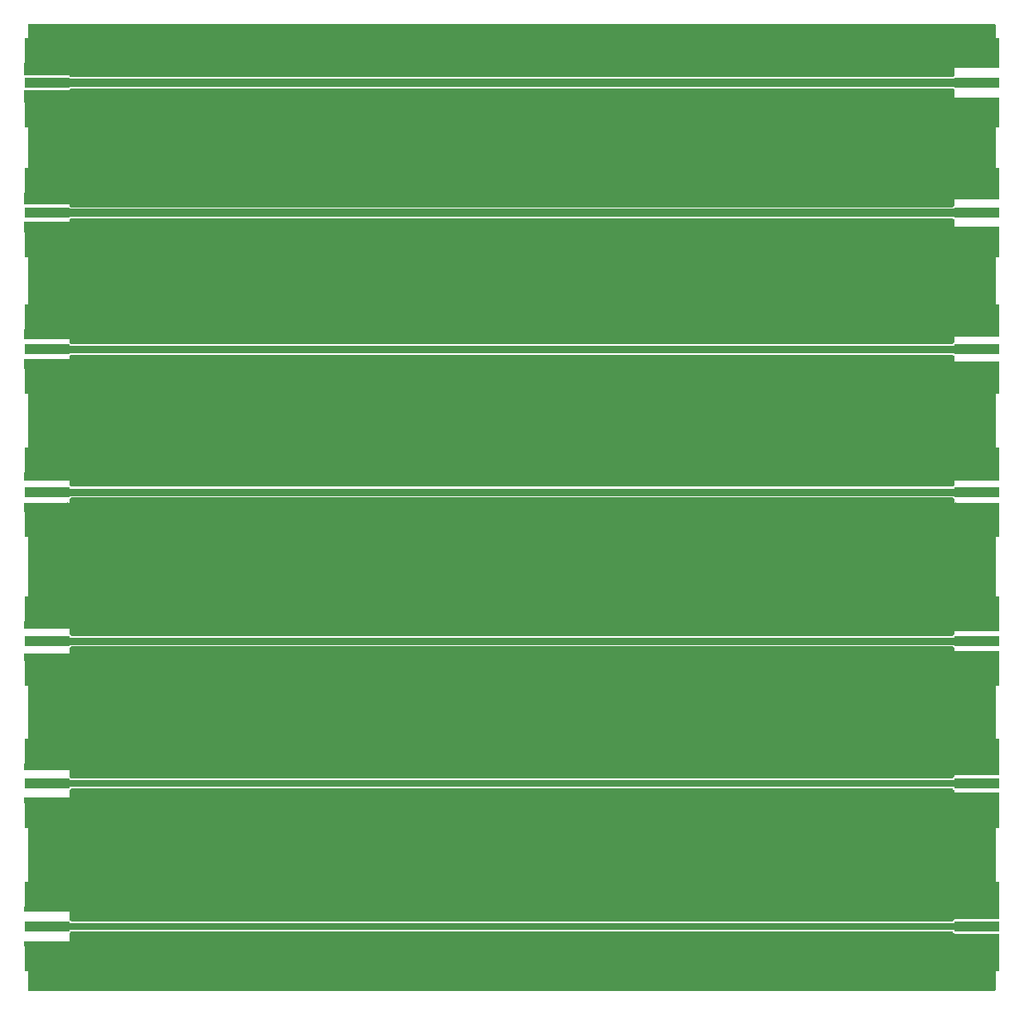
<source format=gtl>
G04 EAGLE Gerber RS-274X export*
G75*
%MOMM*%
%FSLAX34Y34*%
%LPD*%
%INTop Copper Layer*%
%IPPOS*%
%AMOC8*
5,1,8,0,0,1.08239X$1,22.5*%
G01*
%ADD10R,4.572000X2.540000*%
%ADD11R,4.572000X1.016000*%
%ADD12C,0.554000*%
%ADD13R,0.050800X0.050800*%
%ADD14C,0.762000*%
%ADD15C,0.704000*%
%ADD16C,0.685800*%
%ADD17C,0.711200*%
%ADD18C,0.762000*%
%ADD19C,0.787400*%
%ADD20C,0.812800*%
%ADD21C,0.838200*%
%ADD22C,0.736600*%

G36*
X948964Y367161D02*
X948964Y367161D01*
X948983Y367159D01*
X949085Y367181D01*
X949187Y367197D01*
X949204Y367207D01*
X949224Y367211D01*
X949313Y367264D01*
X949404Y367313D01*
X949418Y367327D01*
X949435Y367337D01*
X949502Y367416D01*
X949574Y367491D01*
X949582Y367509D01*
X949595Y367524D01*
X949613Y367569D01*
X950624Y368580D01*
X950711Y368594D01*
X950728Y368604D01*
X950748Y368608D01*
X950837Y368661D01*
X950928Y368710D01*
X950942Y368724D01*
X950959Y368734D01*
X951026Y368813D01*
X951098Y368888D01*
X951106Y368906D01*
X951119Y368921D01*
X951158Y369017D01*
X951201Y369111D01*
X951203Y369131D01*
X951211Y369149D01*
X951229Y369316D01*
X951229Y371984D01*
X951230Y371984D01*
X996950Y371984D01*
X996952Y371985D01*
X996954Y371984D01*
X996997Y372004D01*
X997041Y372022D01*
X997041Y372024D01*
X997043Y372025D01*
X997076Y372110D01*
X997076Y382270D01*
X997075Y382272D01*
X997076Y382274D01*
X997056Y382317D01*
X997038Y382361D01*
X997036Y382361D01*
X997035Y382363D01*
X996950Y382396D01*
X992783Y382396D01*
X992838Y382426D01*
X992852Y382440D01*
X992869Y382450D01*
X992936Y382529D01*
X993008Y382604D01*
X993016Y382622D01*
X993029Y382637D01*
X993068Y382733D01*
X993111Y382827D01*
X993113Y382847D01*
X993121Y382865D01*
X993139Y383032D01*
X993139Y493268D01*
X993136Y493288D01*
X993138Y493307D01*
X993116Y493409D01*
X993100Y493511D01*
X993090Y493528D01*
X993086Y493548D01*
X993033Y493637D01*
X992984Y493728D01*
X992970Y493742D01*
X992960Y493759D01*
X992881Y493826D01*
X992806Y493898D01*
X992793Y493904D01*
X996950Y493904D01*
X996952Y493905D01*
X996954Y493904D01*
X996997Y493924D01*
X997041Y493942D01*
X997041Y493944D01*
X997043Y493945D01*
X997076Y494030D01*
X997076Y502920D01*
X997075Y502922D01*
X997076Y502924D01*
X997056Y502967D01*
X997038Y503011D01*
X997036Y503011D01*
X997035Y503013D01*
X996950Y503046D01*
X951230Y503046D01*
X951229Y503046D01*
X951229Y506984D01*
X951226Y507004D01*
X951228Y507023D01*
X951206Y507125D01*
X951190Y507227D01*
X951180Y507244D01*
X951176Y507264D01*
X951123Y507353D01*
X951074Y507444D01*
X951060Y507458D01*
X951050Y507475D01*
X950971Y507542D01*
X950896Y507614D01*
X950878Y507622D01*
X950863Y507635D01*
X950767Y507674D01*
X950673Y507717D01*
X950653Y507719D01*
X950635Y507727D01*
X950615Y507729D01*
X949551Y508792D01*
X949477Y508845D01*
X949408Y508905D01*
X949378Y508917D01*
X949352Y508936D01*
X949265Y508963D01*
X949180Y508997D01*
X949139Y509001D01*
X949117Y509008D01*
X949084Y509007D01*
X949013Y509015D01*
X47937Y509015D01*
X47847Y509001D01*
X47756Y508993D01*
X47726Y508981D01*
X47694Y508976D01*
X47613Y508933D01*
X47530Y508897D01*
X47497Y508871D01*
X47477Y508860D01*
X47455Y508837D01*
X47399Y508792D01*
X46326Y507720D01*
X46239Y507706D01*
X46222Y507696D01*
X46202Y507692D01*
X46113Y507639D01*
X46022Y507590D01*
X46008Y507576D01*
X45991Y507566D01*
X45924Y507487D01*
X45852Y507412D01*
X45844Y507394D01*
X45831Y507379D01*
X45792Y507283D01*
X45749Y507189D01*
X45747Y507169D01*
X45739Y507151D01*
X45721Y506984D01*
X45721Y503046D01*
X45720Y503046D01*
X0Y503046D01*
X-2Y503045D01*
X-4Y503046D01*
X-47Y503026D01*
X-91Y503008D01*
X-91Y503006D01*
X-93Y503005D01*
X-126Y502920D01*
X-126Y494030D01*
X-125Y494028D01*
X-126Y494026D01*
X-106Y493983D01*
X-88Y493939D01*
X-86Y493939D01*
X-85Y493937D01*
X0Y493904D01*
X4167Y493904D01*
X4112Y493874D01*
X4098Y493860D01*
X4081Y493850D01*
X4014Y493771D01*
X3942Y493696D01*
X3934Y493678D01*
X3921Y493663D01*
X3882Y493567D01*
X3839Y493473D01*
X3837Y493453D01*
X3829Y493435D01*
X3811Y493268D01*
X3811Y383032D01*
X3814Y383012D01*
X3812Y382993D01*
X3834Y382891D01*
X3850Y382789D01*
X3860Y382772D01*
X3864Y382752D01*
X3917Y382663D01*
X3966Y382572D01*
X3980Y382558D01*
X3990Y382541D01*
X4069Y382474D01*
X4144Y382402D01*
X4157Y382396D01*
X0Y382396D01*
X-2Y382395D01*
X-4Y382396D01*
X-47Y382376D01*
X-91Y382358D01*
X-91Y382356D01*
X-93Y382355D01*
X-126Y382270D01*
X-126Y374650D01*
X-125Y374648D01*
X-126Y374646D01*
X-106Y374603D01*
X-88Y374559D01*
X-86Y374559D01*
X-85Y374557D01*
X0Y374524D01*
X45720Y374524D01*
X45721Y374524D01*
X45721Y369316D01*
X45724Y369296D01*
X45722Y369277D01*
X45744Y369175D01*
X45760Y369073D01*
X45770Y369056D01*
X45774Y369036D01*
X45827Y368947D01*
X45876Y368856D01*
X45890Y368842D01*
X45900Y368825D01*
X45979Y368758D01*
X46054Y368686D01*
X46072Y368678D01*
X46087Y368665D01*
X46183Y368626D01*
X46277Y368583D01*
X46297Y368581D01*
X46315Y368573D01*
X46335Y368571D01*
X47344Y367562D01*
X47351Y367550D01*
X47400Y367459D01*
X47414Y367445D01*
X47424Y367428D01*
X47503Y367361D01*
X47578Y367289D01*
X47596Y367281D01*
X47611Y367268D01*
X47707Y367229D01*
X47801Y367186D01*
X47821Y367184D01*
X47839Y367176D01*
X48006Y367158D01*
X948944Y367158D01*
X948964Y367161D01*
G37*
G36*
X948964Y74807D02*
X948964Y74807D01*
X948983Y74805D01*
X949085Y74827D01*
X949187Y74843D01*
X949204Y74853D01*
X949224Y74857D01*
X949313Y74910D01*
X949404Y74959D01*
X949418Y74973D01*
X949435Y74983D01*
X949502Y75062D01*
X949574Y75137D01*
X949582Y75155D01*
X949595Y75170D01*
X949634Y75266D01*
X949677Y75360D01*
X949679Y75380D01*
X949687Y75398D01*
X949705Y75561D01*
X950624Y76480D01*
X950711Y76494D01*
X950728Y76504D01*
X950748Y76508D01*
X950837Y76561D01*
X950928Y76610D01*
X950942Y76624D01*
X950959Y76634D01*
X951026Y76713D01*
X951098Y76788D01*
X951106Y76806D01*
X951119Y76821D01*
X951158Y76917D01*
X951201Y77011D01*
X951203Y77031D01*
X951211Y77049D01*
X951229Y77216D01*
X951229Y77344D01*
X951230Y77344D01*
X996950Y77344D01*
X996952Y77345D01*
X996954Y77344D01*
X996997Y77364D01*
X997041Y77382D01*
X997041Y77384D01*
X997043Y77385D01*
X997076Y77470D01*
X997076Y90170D01*
X997075Y90172D01*
X997076Y90174D01*
X997056Y90217D01*
X997038Y90261D01*
X997036Y90261D01*
X997035Y90263D01*
X996950Y90296D01*
X992783Y90296D01*
X992838Y90326D01*
X992852Y90340D01*
X992869Y90350D01*
X992936Y90429D01*
X993008Y90504D01*
X993016Y90522D01*
X993029Y90537D01*
X993067Y90633D01*
X993111Y90727D01*
X993113Y90747D01*
X993121Y90765D01*
X993139Y90932D01*
X993139Y194818D01*
X993136Y194838D01*
X993138Y194857D01*
X993116Y194959D01*
X993100Y195061D01*
X993090Y195078D01*
X993086Y195098D01*
X993033Y195187D01*
X992984Y195278D01*
X992970Y195292D01*
X992960Y195309D01*
X992881Y195376D01*
X992806Y195448D01*
X992793Y195454D01*
X996950Y195454D01*
X996952Y195455D01*
X996954Y195454D01*
X996997Y195474D01*
X997041Y195492D01*
X997041Y195494D01*
X997043Y195495D01*
X997076Y195580D01*
X997076Y207010D01*
X997075Y207012D01*
X997076Y207014D01*
X997056Y207057D01*
X997038Y207101D01*
X997036Y207101D01*
X997035Y207103D01*
X996950Y207136D01*
X951230Y207136D01*
X951229Y207136D01*
X951229Y208534D01*
X951226Y208554D01*
X951228Y208573D01*
X951206Y208675D01*
X951190Y208777D01*
X951180Y208794D01*
X951176Y208814D01*
X951123Y208903D01*
X951074Y208994D01*
X951060Y209008D01*
X951050Y209025D01*
X950971Y209092D01*
X950896Y209164D01*
X950878Y209172D01*
X950863Y209185D01*
X950767Y209224D01*
X950673Y209267D01*
X950653Y209269D01*
X950635Y209277D01*
X950615Y209279D01*
X949680Y210214D01*
X949666Y210301D01*
X949656Y210318D01*
X949652Y210338D01*
X949599Y210427D01*
X949550Y210518D01*
X949536Y210532D01*
X949526Y210549D01*
X949447Y210616D01*
X949372Y210688D01*
X949354Y210696D01*
X949339Y210709D01*
X949243Y210748D01*
X949149Y210791D01*
X949129Y210793D01*
X949111Y210801D01*
X948944Y210819D01*
X48006Y210819D01*
X47986Y210816D01*
X47967Y210818D01*
X47865Y210796D01*
X47763Y210780D01*
X47746Y210770D01*
X47726Y210766D01*
X47637Y210713D01*
X47546Y210664D01*
X47532Y210650D01*
X47515Y210640D01*
X47448Y210561D01*
X47376Y210486D01*
X47368Y210468D01*
X47355Y210453D01*
X47316Y210357D01*
X47273Y210263D01*
X47271Y210243D01*
X47263Y210225D01*
X47261Y210205D01*
X46326Y209270D01*
X46239Y209256D01*
X46222Y209246D01*
X46202Y209242D01*
X46113Y209189D01*
X46022Y209140D01*
X46008Y209126D01*
X45991Y209116D01*
X45924Y209037D01*
X45852Y208962D01*
X45844Y208944D01*
X45831Y208929D01*
X45792Y208833D01*
X45749Y208739D01*
X45747Y208719D01*
X45739Y208701D01*
X45721Y208534D01*
X45721Y202056D01*
X45720Y202056D01*
X0Y202056D01*
X-2Y202055D01*
X-4Y202056D01*
X-47Y202036D01*
X-91Y202018D01*
X-91Y202016D01*
X-93Y202015D01*
X-126Y201930D01*
X-126Y195580D01*
X-125Y195578D01*
X-126Y195576D01*
X-106Y195533D01*
X-88Y195489D01*
X-86Y195489D01*
X-85Y195487D01*
X0Y195454D01*
X4167Y195454D01*
X4112Y195424D01*
X4098Y195410D01*
X4081Y195400D01*
X4014Y195321D01*
X3942Y195246D01*
X3934Y195228D01*
X3921Y195213D01*
X3882Y195117D01*
X3839Y195023D01*
X3837Y195003D01*
X3829Y194985D01*
X3811Y194818D01*
X3811Y90932D01*
X3814Y90912D01*
X3812Y90893D01*
X3834Y90791D01*
X3850Y90689D01*
X3860Y90672D01*
X3864Y90652D01*
X3917Y90563D01*
X3966Y90472D01*
X3980Y90458D01*
X3990Y90441D01*
X4069Y90374D01*
X4144Y90302D01*
X4157Y90296D01*
X0Y90296D01*
X-2Y90295D01*
X-4Y90296D01*
X-47Y90276D01*
X-91Y90258D01*
X-91Y90256D01*
X-93Y90255D01*
X-126Y90170D01*
X-126Y85090D01*
X-125Y85088D01*
X-126Y85086D01*
X-106Y85043D01*
X-88Y84999D01*
X-86Y84999D01*
X-85Y84997D01*
X0Y84964D01*
X45720Y84964D01*
X45721Y84964D01*
X45721Y77216D01*
X45724Y77196D01*
X45722Y77177D01*
X45744Y77075D01*
X45760Y76973D01*
X45770Y76956D01*
X45774Y76936D01*
X45827Y76847D01*
X45876Y76756D01*
X45890Y76742D01*
X45900Y76725D01*
X45979Y76658D01*
X46054Y76586D01*
X46072Y76578D01*
X46087Y76565D01*
X46183Y76526D01*
X46277Y76483D01*
X46297Y76481D01*
X46315Y76473D01*
X46335Y76471D01*
X47245Y75561D01*
X47248Y75545D01*
X47246Y75526D01*
X47268Y75424D01*
X47284Y75322D01*
X47294Y75305D01*
X47298Y75285D01*
X47351Y75196D01*
X47400Y75105D01*
X47414Y75091D01*
X47424Y75074D01*
X47503Y75007D01*
X47578Y74935D01*
X47596Y74927D01*
X47611Y74914D01*
X47707Y74875D01*
X47801Y74832D01*
X47821Y74830D01*
X47839Y74822D01*
X48006Y74804D01*
X948944Y74804D01*
X948964Y74807D01*
G37*
G36*
X948964Y220984D02*
X948964Y220984D01*
X948983Y220982D01*
X949085Y221004D01*
X949187Y221020D01*
X949204Y221030D01*
X949224Y221034D01*
X949313Y221087D01*
X949404Y221136D01*
X949418Y221150D01*
X949435Y221160D01*
X949502Y221239D01*
X949574Y221314D01*
X949582Y221332D01*
X949595Y221347D01*
X949634Y221443D01*
X949677Y221537D01*
X949679Y221557D01*
X949687Y221575D01*
X949689Y221595D01*
X950624Y222530D01*
X950711Y222544D01*
X950728Y222554D01*
X950748Y222558D01*
X950837Y222611D01*
X950928Y222660D01*
X950942Y222674D01*
X950959Y222684D01*
X951026Y222763D01*
X951098Y222838D01*
X951106Y222856D01*
X951119Y222871D01*
X951158Y222967D01*
X951201Y223061D01*
X951203Y223081D01*
X951211Y223099D01*
X951229Y223266D01*
X951229Y224664D01*
X951230Y224664D01*
X996950Y224664D01*
X996952Y224665D01*
X996954Y224664D01*
X996997Y224684D01*
X997041Y224702D01*
X997041Y224704D01*
X997043Y224705D01*
X997076Y224790D01*
X997076Y236220D01*
X997075Y236222D01*
X997076Y236224D01*
X997056Y236267D01*
X997038Y236311D01*
X997036Y236311D01*
X997035Y236313D01*
X996950Y236346D01*
X992783Y236346D01*
X992838Y236376D01*
X992852Y236390D01*
X992869Y236400D01*
X992936Y236479D01*
X993008Y236554D01*
X993016Y236572D01*
X993029Y236587D01*
X993068Y236683D01*
X993111Y236777D01*
X993113Y236797D01*
X993121Y236815D01*
X993139Y236982D01*
X993139Y340868D01*
X993136Y340888D01*
X993138Y340907D01*
X993116Y341009D01*
X993100Y341111D01*
X993090Y341128D01*
X993086Y341148D01*
X993033Y341237D01*
X992984Y341328D01*
X992970Y341342D01*
X992960Y341359D01*
X992881Y341426D01*
X992806Y341498D01*
X992793Y341504D01*
X996950Y341504D01*
X996952Y341505D01*
X996954Y341504D01*
X996997Y341524D01*
X997041Y341542D01*
X997041Y341544D01*
X997043Y341545D01*
X997076Y341630D01*
X997076Y351790D01*
X997075Y351792D01*
X997076Y351794D01*
X997056Y351837D01*
X997038Y351881D01*
X997036Y351881D01*
X997035Y351883D01*
X996950Y351916D01*
X951230Y351916D01*
X951229Y351916D01*
X951229Y354584D01*
X951226Y354604D01*
X951228Y354623D01*
X951206Y354725D01*
X951190Y354827D01*
X951180Y354844D01*
X951176Y354864D01*
X951123Y354953D01*
X951074Y355044D01*
X951060Y355058D01*
X951050Y355075D01*
X950971Y355142D01*
X950896Y355214D01*
X950878Y355222D01*
X950863Y355235D01*
X950767Y355274D01*
X950673Y355317D01*
X950653Y355319D01*
X950635Y355327D01*
X950615Y355329D01*
X949606Y356338D01*
X949599Y356350D01*
X949550Y356441D01*
X949536Y356455D01*
X949526Y356472D01*
X949447Y356539D01*
X949372Y356611D01*
X949354Y356619D01*
X949339Y356632D01*
X949243Y356671D01*
X949149Y356714D01*
X949129Y356716D01*
X949111Y356724D01*
X948944Y356742D01*
X48006Y356742D01*
X47986Y356739D01*
X47967Y356741D01*
X47865Y356719D01*
X47763Y356703D01*
X47746Y356693D01*
X47726Y356689D01*
X47637Y356636D01*
X47546Y356587D01*
X47532Y356573D01*
X47515Y356563D01*
X47448Y356484D01*
X47376Y356409D01*
X47368Y356391D01*
X47355Y356376D01*
X47337Y356331D01*
X46326Y355320D01*
X46239Y355306D01*
X46222Y355296D01*
X46202Y355292D01*
X46113Y355239D01*
X46022Y355190D01*
X46008Y355176D01*
X45991Y355166D01*
X45924Y355087D01*
X45852Y355012D01*
X45844Y354994D01*
X45831Y354979D01*
X45792Y354883D01*
X45749Y354789D01*
X45747Y354769D01*
X45739Y354751D01*
X45721Y354584D01*
X45721Y349376D01*
X45720Y349376D01*
X0Y349376D01*
X-2Y349375D01*
X-4Y349376D01*
X-47Y349356D01*
X-91Y349338D01*
X-91Y349336D01*
X-93Y349335D01*
X-126Y349250D01*
X-126Y341630D01*
X-125Y341628D01*
X-126Y341626D01*
X-106Y341583D01*
X-88Y341539D01*
X-86Y341539D01*
X-85Y341537D01*
X0Y341504D01*
X4167Y341504D01*
X4112Y341474D01*
X4098Y341460D01*
X4081Y341450D01*
X4014Y341371D01*
X3942Y341296D01*
X3934Y341278D01*
X3921Y341263D01*
X3882Y341167D01*
X3839Y341073D01*
X3837Y341053D01*
X3829Y341035D01*
X3811Y340868D01*
X3811Y236982D01*
X3814Y236962D01*
X3812Y236943D01*
X3834Y236841D01*
X3850Y236739D01*
X3860Y236722D01*
X3864Y236702D01*
X3917Y236613D01*
X3966Y236522D01*
X3980Y236508D01*
X3990Y236491D01*
X4069Y236424D01*
X4144Y236352D01*
X4157Y236346D01*
X0Y236346D01*
X-2Y236345D01*
X-4Y236346D01*
X-47Y236326D01*
X-91Y236308D01*
X-91Y236306D01*
X-93Y236305D01*
X-126Y236220D01*
X-126Y229870D01*
X-125Y229868D01*
X-126Y229866D01*
X-106Y229823D01*
X-88Y229779D01*
X-86Y229779D01*
X-85Y229777D01*
X0Y229744D01*
X45720Y229744D01*
X45721Y229744D01*
X45721Y223266D01*
X45724Y223246D01*
X45722Y223227D01*
X45744Y223125D01*
X45760Y223023D01*
X45770Y223006D01*
X45774Y222986D01*
X45827Y222897D01*
X45876Y222806D01*
X45890Y222792D01*
X45900Y222775D01*
X45979Y222708D01*
X46054Y222636D01*
X46072Y222628D01*
X46087Y222615D01*
X46183Y222576D01*
X46277Y222533D01*
X46297Y222531D01*
X46315Y222523D01*
X46335Y222521D01*
X47270Y221586D01*
X47284Y221499D01*
X47294Y221482D01*
X47298Y221462D01*
X47351Y221373D01*
X47400Y221282D01*
X47414Y221268D01*
X47424Y221251D01*
X47503Y221184D01*
X47578Y221112D01*
X47596Y221104D01*
X47611Y221091D01*
X47707Y221052D01*
X47801Y221009D01*
X47821Y221007D01*
X47839Y220999D01*
X48006Y220981D01*
X948944Y220981D01*
X948964Y220984D01*
G37*
G36*
X949103Y519699D02*
X949103Y519699D01*
X949194Y519707D01*
X949224Y519719D01*
X949256Y519724D01*
X949337Y519767D01*
X949420Y519803D01*
X949453Y519829D01*
X949473Y519840D01*
X949495Y519863D01*
X949551Y519908D01*
X950624Y520980D01*
X950711Y520994D01*
X950728Y521004D01*
X950748Y521008D01*
X950837Y521061D01*
X950928Y521110D01*
X950942Y521124D01*
X950959Y521134D01*
X951026Y521213D01*
X951098Y521288D01*
X951106Y521306D01*
X951119Y521321D01*
X951158Y521417D01*
X951201Y521511D01*
X951203Y521531D01*
X951211Y521549D01*
X951229Y521716D01*
X951229Y525654D01*
X951230Y525654D01*
X996950Y525654D01*
X996952Y525655D01*
X996954Y525654D01*
X996997Y525674D01*
X997041Y525692D01*
X997041Y525694D01*
X997043Y525695D01*
X997076Y525780D01*
X997076Y534670D01*
X997075Y534672D01*
X997076Y534674D01*
X997056Y534717D01*
X997038Y534761D01*
X997036Y534761D01*
X997035Y534763D01*
X996950Y534796D01*
X992783Y534796D01*
X992838Y534826D01*
X992852Y534840D01*
X992869Y534850D01*
X992936Y534929D01*
X993008Y535004D01*
X993016Y535022D01*
X993029Y535037D01*
X993068Y535133D01*
X993111Y535227D01*
X993113Y535247D01*
X993121Y535265D01*
X993139Y535432D01*
X993139Y639318D01*
X993136Y639338D01*
X993138Y639357D01*
X993116Y639459D01*
X993100Y639561D01*
X993090Y639578D01*
X993086Y639598D01*
X993033Y639687D01*
X992984Y639778D01*
X992970Y639792D01*
X992960Y639809D01*
X992881Y639876D01*
X992806Y639948D01*
X992793Y639954D01*
X996950Y639954D01*
X996952Y639955D01*
X996954Y639954D01*
X996997Y639974D01*
X997041Y639992D01*
X997041Y639994D01*
X997043Y639995D01*
X997076Y640080D01*
X997076Y647700D01*
X997075Y647702D01*
X997076Y647704D01*
X997056Y647747D01*
X997038Y647791D01*
X997036Y647791D01*
X997035Y647793D01*
X996950Y647826D01*
X951230Y647826D01*
X951229Y647826D01*
X951229Y653034D01*
X951226Y653054D01*
X951228Y653073D01*
X951206Y653175D01*
X951190Y653277D01*
X951180Y653294D01*
X951176Y653314D01*
X951123Y653403D01*
X951074Y653494D01*
X951060Y653508D01*
X951050Y653525D01*
X950971Y653592D01*
X950896Y653664D01*
X950878Y653672D01*
X950863Y653685D01*
X950767Y653724D01*
X950673Y653767D01*
X950653Y653769D01*
X950635Y653777D01*
X950615Y653779D01*
X949678Y654715D01*
X949604Y654768D01*
X949535Y654828D01*
X949505Y654840D01*
X949479Y654859D01*
X949392Y654886D01*
X949307Y654920D01*
X949266Y654924D01*
X949244Y654931D01*
X949211Y654930D01*
X949140Y654938D01*
X47810Y654938D01*
X47720Y654924D01*
X47629Y654916D01*
X47599Y654904D01*
X47567Y654899D01*
X47486Y654856D01*
X47403Y654820D01*
X47370Y654794D01*
X47350Y654783D01*
X47328Y654760D01*
X47272Y654715D01*
X46326Y653770D01*
X46239Y653756D01*
X46222Y653746D01*
X46202Y653742D01*
X46113Y653689D01*
X46022Y653640D01*
X46008Y653626D01*
X45991Y653616D01*
X45924Y653537D01*
X45852Y653462D01*
X45844Y653444D01*
X45831Y653429D01*
X45792Y653333D01*
X45749Y653239D01*
X45747Y653219D01*
X45739Y653201D01*
X45721Y653034D01*
X45721Y650366D01*
X45720Y650366D01*
X0Y650366D01*
X-2Y650365D01*
X-4Y650366D01*
X-47Y650346D01*
X-91Y650328D01*
X-91Y650326D01*
X-93Y650325D01*
X-126Y650240D01*
X-126Y640080D01*
X-125Y640078D01*
X-126Y640076D01*
X-106Y640033D01*
X-88Y639989D01*
X-86Y639989D01*
X-85Y639987D01*
X0Y639954D01*
X4167Y639954D01*
X4112Y639924D01*
X4098Y639910D01*
X4081Y639900D01*
X4014Y639821D01*
X3942Y639746D01*
X3934Y639728D01*
X3921Y639713D01*
X3882Y639617D01*
X3839Y639523D01*
X3837Y639503D01*
X3829Y639485D01*
X3811Y639318D01*
X3811Y535432D01*
X3814Y535412D01*
X3812Y535393D01*
X3834Y535291D01*
X3850Y535189D01*
X3860Y535172D01*
X3864Y535152D01*
X3917Y535063D01*
X3966Y534972D01*
X3980Y534958D01*
X3990Y534941D01*
X4069Y534874D01*
X4144Y534802D01*
X4157Y534796D01*
X0Y534796D01*
X-2Y534795D01*
X-4Y534796D01*
X-47Y534776D01*
X-91Y534758D01*
X-91Y534756D01*
X-93Y534755D01*
X-126Y534670D01*
X-126Y525780D01*
X-125Y525778D01*
X-126Y525776D01*
X-106Y525733D01*
X-88Y525689D01*
X-86Y525689D01*
X-85Y525687D01*
X0Y525654D01*
X45720Y525654D01*
X45721Y525654D01*
X45721Y521716D01*
X45724Y521696D01*
X45722Y521677D01*
X45744Y521575D01*
X45760Y521473D01*
X45770Y521456D01*
X45774Y521436D01*
X45827Y521347D01*
X45876Y521256D01*
X45890Y521242D01*
X45900Y521225D01*
X45979Y521158D01*
X46054Y521086D01*
X46072Y521078D01*
X46087Y521065D01*
X46183Y521026D01*
X46277Y520983D01*
X46297Y520981D01*
X46315Y520973D01*
X46335Y520971D01*
X47399Y519908D01*
X47473Y519855D01*
X47542Y519795D01*
X47572Y519783D01*
X47598Y519764D01*
X47685Y519737D01*
X47770Y519703D01*
X47811Y519699D01*
X47833Y519692D01*
X47866Y519693D01*
X47937Y519685D01*
X949013Y519685D01*
X949103Y519699D01*
G37*
G36*
X949230Y665876D02*
X949230Y665876D01*
X949321Y665884D01*
X949351Y665896D01*
X949383Y665901D01*
X949464Y665944D01*
X949547Y665980D01*
X949580Y666006D01*
X949600Y666017D01*
X949622Y666040D01*
X949678Y666085D01*
X950624Y667030D01*
X950711Y667044D01*
X950728Y667054D01*
X950748Y667058D01*
X950837Y667111D01*
X950928Y667160D01*
X950942Y667174D01*
X950959Y667184D01*
X951026Y667263D01*
X951098Y667338D01*
X951106Y667356D01*
X951119Y667371D01*
X951158Y667467D01*
X951201Y667561D01*
X951203Y667581D01*
X951211Y667599D01*
X951229Y667766D01*
X951229Y672974D01*
X951230Y672974D01*
X996950Y672974D01*
X996952Y672975D01*
X996954Y672974D01*
X996997Y672994D01*
X997041Y673012D01*
X997041Y673014D01*
X997043Y673015D01*
X997076Y673100D01*
X997076Y680720D01*
X997075Y680722D01*
X997076Y680724D01*
X997056Y680767D01*
X997038Y680811D01*
X997036Y680811D01*
X997035Y680813D01*
X996950Y680846D01*
X992783Y680846D01*
X992838Y680876D01*
X992852Y680890D01*
X992869Y680900D01*
X992936Y680979D01*
X993008Y681054D01*
X993016Y681072D01*
X993029Y681087D01*
X993068Y681183D01*
X993111Y681277D01*
X993113Y681297D01*
X993121Y681315D01*
X993139Y681482D01*
X993139Y779018D01*
X993136Y779038D01*
X993138Y779057D01*
X993116Y779159D01*
X993100Y779261D01*
X993090Y779278D01*
X993086Y779298D01*
X993033Y779387D01*
X992984Y779478D01*
X992970Y779492D01*
X992960Y779509D01*
X992881Y779576D01*
X992806Y779648D01*
X992793Y779654D01*
X996950Y779654D01*
X996952Y779655D01*
X996954Y779654D01*
X996997Y779674D01*
X997041Y779692D01*
X997041Y779694D01*
X997043Y779695D01*
X997076Y779780D01*
X997076Y786130D01*
X997075Y786132D01*
X997076Y786134D01*
X997056Y786177D01*
X997038Y786221D01*
X997036Y786221D01*
X997035Y786223D01*
X996950Y786256D01*
X951230Y786256D01*
X951229Y786256D01*
X951229Y792734D01*
X951226Y792754D01*
X951228Y792773D01*
X951206Y792875D01*
X951190Y792977D01*
X951180Y792994D01*
X951176Y793014D01*
X951123Y793103D01*
X951074Y793194D01*
X951060Y793208D01*
X951050Y793225D01*
X950971Y793292D01*
X950896Y793364D01*
X950878Y793372D01*
X950863Y793385D01*
X950767Y793424D01*
X950673Y793467D01*
X950653Y793469D01*
X950635Y793477D01*
X950615Y793479D01*
X949805Y794288D01*
X949731Y794341D01*
X949662Y794401D01*
X949632Y794413D01*
X949606Y794432D01*
X949519Y794459D01*
X949434Y794493D01*
X949393Y794497D01*
X949371Y794504D01*
X949338Y794503D01*
X949267Y794511D01*
X47683Y794511D01*
X47593Y794497D01*
X47502Y794489D01*
X47472Y794477D01*
X47440Y794472D01*
X47359Y794429D01*
X47276Y794393D01*
X47243Y794367D01*
X47223Y794356D01*
X47201Y794333D01*
X47145Y794288D01*
X46326Y793470D01*
X46239Y793456D01*
X46222Y793446D01*
X46202Y793442D01*
X46113Y793389D01*
X46022Y793340D01*
X46008Y793326D01*
X45991Y793316D01*
X45924Y793237D01*
X45852Y793162D01*
X45844Y793144D01*
X45831Y793129D01*
X45792Y793033D01*
X45749Y792939D01*
X45747Y792919D01*
X45739Y792901D01*
X45721Y792734D01*
X45721Y791336D01*
X45720Y791336D01*
X0Y791336D01*
X-2Y791335D01*
X-4Y791336D01*
X-47Y791316D01*
X-91Y791298D01*
X-91Y791296D01*
X-93Y791295D01*
X-126Y791210D01*
X-126Y779780D01*
X-125Y779778D01*
X-126Y779776D01*
X-106Y779733D01*
X-88Y779689D01*
X-86Y779689D01*
X-85Y779687D01*
X0Y779654D01*
X4167Y779654D01*
X4112Y779624D01*
X4098Y779610D01*
X4081Y779600D01*
X4014Y779521D01*
X3942Y779446D01*
X3934Y779428D01*
X3921Y779413D01*
X3882Y779317D01*
X3839Y779223D01*
X3837Y779203D01*
X3829Y779185D01*
X3811Y779018D01*
X3811Y681482D01*
X3814Y681462D01*
X3812Y681443D01*
X3834Y681341D01*
X3850Y681239D01*
X3860Y681222D01*
X3864Y681202D01*
X3917Y681113D01*
X3966Y681022D01*
X3980Y681008D01*
X3990Y680991D01*
X4069Y680924D01*
X4144Y680852D01*
X4157Y680846D01*
X0Y680846D01*
X-2Y680845D01*
X-4Y680846D01*
X-47Y680826D01*
X-91Y680808D01*
X-91Y680806D01*
X-93Y680805D01*
X-126Y680720D01*
X-126Y670560D01*
X-125Y670558D01*
X-126Y670556D01*
X-106Y670513D01*
X-88Y670469D01*
X-86Y670469D01*
X-85Y670467D01*
X0Y670434D01*
X45720Y670434D01*
X45721Y670434D01*
X45721Y667766D01*
X45724Y667746D01*
X45722Y667727D01*
X45744Y667625D01*
X45760Y667523D01*
X45770Y667506D01*
X45774Y667486D01*
X45827Y667397D01*
X45876Y667306D01*
X45890Y667292D01*
X45900Y667275D01*
X45979Y667208D01*
X46054Y667136D01*
X46072Y667128D01*
X46087Y667115D01*
X46183Y667076D01*
X46277Y667033D01*
X46297Y667031D01*
X46315Y667023D01*
X46335Y667021D01*
X47272Y666085D01*
X47346Y666032D01*
X47415Y665972D01*
X47445Y665960D01*
X47471Y665941D01*
X47558Y665914D01*
X47643Y665880D01*
X47684Y665876D01*
X47706Y665869D01*
X47739Y665870D01*
X47810Y665862D01*
X949140Y665862D01*
X949230Y665876D01*
G37*
G36*
X949357Y805703D02*
X949357Y805703D01*
X949448Y805711D01*
X949478Y805723D01*
X949510Y805728D01*
X949591Y805771D01*
X949674Y805807D01*
X949707Y805833D01*
X949727Y805844D01*
X949749Y805867D01*
X949805Y805912D01*
X950624Y806730D01*
X950711Y806744D01*
X950728Y806754D01*
X950748Y806758D01*
X950837Y806811D01*
X950928Y806860D01*
X950942Y806874D01*
X950959Y806884D01*
X951026Y806963D01*
X951098Y807038D01*
X951106Y807056D01*
X951119Y807071D01*
X951158Y807167D01*
X951201Y807261D01*
X951203Y807281D01*
X951211Y807299D01*
X951229Y807466D01*
X951229Y813944D01*
X951230Y813944D01*
X996950Y813944D01*
X996952Y813945D01*
X996954Y813944D01*
X996997Y813964D01*
X997041Y813982D01*
X997041Y813984D01*
X997043Y813985D01*
X997076Y814070D01*
X997076Y820420D01*
X997075Y820422D01*
X997076Y820424D01*
X997056Y820467D01*
X997038Y820511D01*
X997036Y820511D01*
X997035Y820513D01*
X996950Y820546D01*
X992783Y820546D01*
X992838Y820576D01*
X992852Y820590D01*
X992869Y820600D01*
X992936Y820679D01*
X993008Y820754D01*
X993016Y820772D01*
X993029Y820787D01*
X993068Y820883D01*
X993111Y820977D01*
X993113Y820997D01*
X993121Y821015D01*
X993139Y821182D01*
X993139Y912368D01*
X993136Y912388D01*
X993138Y912407D01*
X993116Y912509D01*
X993100Y912611D01*
X993090Y912628D01*
X993086Y912648D01*
X993033Y912737D01*
X992984Y912828D01*
X992970Y912842D01*
X992960Y912859D01*
X992881Y912926D01*
X992806Y912998D01*
X992793Y913004D01*
X996950Y913004D01*
X996952Y913005D01*
X996954Y913004D01*
X996997Y913024D01*
X997041Y913042D01*
X997041Y913044D01*
X997043Y913045D01*
X997076Y913130D01*
X997076Y918210D01*
X997075Y918212D01*
X997076Y918214D01*
X997056Y918257D01*
X997038Y918301D01*
X997036Y918301D01*
X997035Y918303D01*
X996950Y918336D01*
X951230Y918336D01*
X951229Y918336D01*
X951229Y926084D01*
X951226Y926104D01*
X951228Y926123D01*
X951206Y926225D01*
X951190Y926327D01*
X951180Y926344D01*
X951176Y926364D01*
X951123Y926453D01*
X951074Y926544D01*
X951060Y926558D01*
X951050Y926575D01*
X950971Y926642D01*
X950896Y926714D01*
X950878Y926722D01*
X950863Y926735D01*
X950767Y926774D01*
X950673Y926817D01*
X950653Y926819D01*
X950635Y926827D01*
X950615Y926829D01*
X949932Y927511D01*
X949858Y927564D01*
X949789Y927624D01*
X949759Y927636D01*
X949733Y927655D01*
X949646Y927682D01*
X949561Y927716D01*
X949520Y927720D01*
X949498Y927727D01*
X949465Y927726D01*
X949394Y927734D01*
X47556Y927734D01*
X47466Y927720D01*
X47375Y927712D01*
X47345Y927700D01*
X47313Y927695D01*
X47232Y927652D01*
X47149Y927616D01*
X47116Y927590D01*
X47096Y927579D01*
X47074Y927556D01*
X47018Y927511D01*
X46326Y926820D01*
X46239Y926806D01*
X46222Y926796D01*
X46202Y926792D01*
X46113Y926739D01*
X46022Y926690D01*
X46008Y926676D01*
X45991Y926666D01*
X45924Y926587D01*
X45852Y926512D01*
X45844Y926494D01*
X45831Y926479D01*
X45792Y926383D01*
X45749Y926289D01*
X45747Y926269D01*
X45739Y926251D01*
X45721Y926084D01*
X45721Y925956D01*
X45720Y925956D01*
X0Y925956D01*
X-2Y925955D01*
X-4Y925956D01*
X-47Y925936D01*
X-91Y925918D01*
X-91Y925916D01*
X-93Y925915D01*
X-126Y925830D01*
X-126Y913130D01*
X-125Y913128D01*
X-126Y913126D01*
X-106Y913083D01*
X-88Y913039D01*
X-86Y913039D01*
X-85Y913037D01*
X0Y913004D01*
X4167Y913004D01*
X4112Y912974D01*
X4098Y912960D01*
X4081Y912950D01*
X4014Y912871D01*
X3942Y912796D01*
X3934Y912778D01*
X3921Y912763D01*
X3882Y912667D01*
X3839Y912573D01*
X3837Y912553D01*
X3829Y912535D01*
X3811Y912368D01*
X3811Y821182D01*
X3814Y821162D01*
X3812Y821143D01*
X3834Y821041D01*
X3850Y820939D01*
X3860Y820922D01*
X3864Y820902D01*
X3917Y820813D01*
X3966Y820722D01*
X3980Y820708D01*
X3990Y820691D01*
X4069Y820624D01*
X4144Y820552D01*
X4157Y820546D01*
X0Y820546D01*
X-2Y820545D01*
X-4Y820546D01*
X-47Y820526D01*
X-91Y820508D01*
X-91Y820506D01*
X-93Y820505D01*
X-126Y820420D01*
X-126Y808990D01*
X-125Y808988D01*
X-126Y808986D01*
X-106Y808943D01*
X-88Y808899D01*
X-86Y808899D01*
X-85Y808897D01*
X0Y808864D01*
X45720Y808864D01*
X45721Y808864D01*
X45721Y807466D01*
X45724Y807446D01*
X45722Y807427D01*
X45744Y807325D01*
X45760Y807223D01*
X45770Y807206D01*
X45774Y807186D01*
X45827Y807097D01*
X45876Y807006D01*
X45890Y806992D01*
X45900Y806975D01*
X45979Y806908D01*
X46054Y806836D01*
X46072Y806828D01*
X46087Y806815D01*
X46183Y806776D01*
X46277Y806733D01*
X46297Y806731D01*
X46315Y806723D01*
X46335Y806721D01*
X47145Y805912D01*
X47219Y805859D01*
X47288Y805799D01*
X47318Y805787D01*
X47344Y805768D01*
X47431Y805741D01*
X47516Y805707D01*
X47557Y805703D01*
X47579Y805696D01*
X47612Y805697D01*
X47683Y805689D01*
X949267Y805689D01*
X949357Y805703D01*
G37*
G36*
X992398Y3814D02*
X992398Y3814D01*
X992417Y3812D01*
X992519Y3834D01*
X992621Y3850D01*
X992638Y3860D01*
X992658Y3864D01*
X992747Y3917D01*
X992838Y3966D01*
X992852Y3980D01*
X992869Y3990D01*
X992936Y4069D01*
X993008Y4144D01*
X993016Y4162D01*
X993029Y4177D01*
X993068Y4273D01*
X993111Y4367D01*
X993113Y4387D01*
X993121Y4405D01*
X993139Y4572D01*
X993139Y48768D01*
X993136Y48788D01*
X993138Y48807D01*
X993116Y48909D01*
X993100Y49011D01*
X993090Y49028D01*
X993086Y49048D01*
X993033Y49137D01*
X992984Y49228D01*
X992970Y49242D01*
X992960Y49259D01*
X992881Y49326D01*
X992806Y49398D01*
X992793Y49404D01*
X996950Y49404D01*
X996952Y49405D01*
X996954Y49404D01*
X996997Y49424D01*
X997041Y49442D01*
X997041Y49444D01*
X997043Y49445D01*
X997076Y49530D01*
X997076Y62230D01*
X997075Y62232D01*
X997076Y62234D01*
X997056Y62277D01*
X997038Y62321D01*
X997036Y62321D01*
X997035Y62323D01*
X996950Y62356D01*
X951230Y62356D01*
X951229Y62356D01*
X951229Y62484D01*
X951226Y62504D01*
X951228Y62523D01*
X951206Y62625D01*
X951190Y62727D01*
X951180Y62744D01*
X951176Y62764D01*
X951123Y62853D01*
X951074Y62944D01*
X951060Y62958D01*
X951050Y62975D01*
X950971Y63042D01*
X950896Y63114D01*
X950878Y63122D01*
X950863Y63135D01*
X950767Y63174D01*
X950673Y63217D01*
X950653Y63219D01*
X950635Y63227D01*
X950615Y63229D01*
X949705Y64139D01*
X949702Y64155D01*
X949704Y64174D01*
X949682Y64276D01*
X949666Y64378D01*
X949656Y64395D01*
X949652Y64415D01*
X949599Y64504D01*
X949550Y64595D01*
X949536Y64609D01*
X949526Y64626D01*
X949447Y64693D01*
X949372Y64765D01*
X949354Y64773D01*
X949339Y64786D01*
X949243Y64825D01*
X949149Y64868D01*
X949129Y64870D01*
X949111Y64878D01*
X948944Y64896D01*
X48006Y64896D01*
X47986Y64893D01*
X47967Y64895D01*
X47865Y64873D01*
X47763Y64857D01*
X47746Y64847D01*
X47726Y64843D01*
X47637Y64790D01*
X47546Y64741D01*
X47532Y64727D01*
X47515Y64717D01*
X47448Y64638D01*
X47376Y64563D01*
X47368Y64545D01*
X47355Y64530D01*
X47316Y64434D01*
X47273Y64340D01*
X47271Y64320D01*
X47263Y64302D01*
X47245Y64139D01*
X46326Y63220D01*
X46239Y63206D01*
X46222Y63196D01*
X46202Y63192D01*
X46113Y63139D01*
X46022Y63090D01*
X46008Y63076D01*
X45991Y63066D01*
X45924Y62987D01*
X45852Y62912D01*
X45844Y62894D01*
X45831Y62879D01*
X45792Y62783D01*
X45749Y62689D01*
X45747Y62669D01*
X45739Y62651D01*
X45721Y62484D01*
X45721Y54736D01*
X45720Y54736D01*
X0Y54736D01*
X-2Y54735D01*
X-4Y54736D01*
X-47Y54716D01*
X-91Y54698D01*
X-91Y54696D01*
X-93Y54695D01*
X-126Y54610D01*
X-126Y49530D01*
X-125Y49528D01*
X-126Y49526D01*
X-106Y49483D01*
X-88Y49439D01*
X-86Y49439D01*
X-85Y49437D01*
X0Y49404D01*
X4167Y49404D01*
X4112Y49374D01*
X4098Y49360D01*
X4081Y49350D01*
X4014Y49271D01*
X3942Y49196D01*
X3934Y49178D01*
X3921Y49163D01*
X3882Y49067D01*
X3839Y48973D01*
X3837Y48953D01*
X3829Y48935D01*
X3811Y48768D01*
X3811Y4572D01*
X3814Y4552D01*
X3812Y4533D01*
X3834Y4431D01*
X3850Y4329D01*
X3860Y4312D01*
X3864Y4292D01*
X3917Y4203D01*
X3966Y4112D01*
X3980Y4098D01*
X3990Y4081D01*
X4069Y4014D01*
X4144Y3942D01*
X4162Y3934D01*
X4177Y3921D01*
X4273Y3882D01*
X4367Y3839D01*
X4387Y3837D01*
X4405Y3829D01*
X4572Y3811D01*
X992378Y3811D01*
X992398Y3814D01*
G37*
G36*
X949484Y939180D02*
X949484Y939180D01*
X949575Y939188D01*
X949605Y939200D01*
X949637Y939205D01*
X949718Y939248D01*
X949801Y939284D01*
X949834Y939310D01*
X949854Y939321D01*
X949876Y939344D01*
X949932Y939389D01*
X950624Y940080D01*
X950711Y940094D01*
X950728Y940104D01*
X950748Y940108D01*
X950837Y940161D01*
X950928Y940210D01*
X950942Y940224D01*
X950959Y940234D01*
X951026Y940313D01*
X951098Y940388D01*
X951106Y940406D01*
X951119Y940421D01*
X951158Y940517D01*
X951201Y940611D01*
X951203Y940631D01*
X951211Y940649D01*
X951229Y940816D01*
X951229Y948564D01*
X951230Y948564D01*
X996950Y948564D01*
X996952Y948565D01*
X996954Y948564D01*
X996997Y948584D01*
X997041Y948602D01*
X997041Y948604D01*
X997043Y948605D01*
X997076Y948690D01*
X997076Y953770D01*
X997075Y953772D01*
X997076Y953774D01*
X997056Y953817D01*
X997038Y953861D01*
X997036Y953861D01*
X997035Y953863D01*
X996950Y953896D01*
X992783Y953896D01*
X992838Y953926D01*
X992852Y953940D01*
X992869Y953950D01*
X992936Y954029D01*
X993008Y954104D01*
X993016Y954122D01*
X993029Y954137D01*
X993068Y954233D01*
X993111Y954327D01*
X993113Y954347D01*
X993121Y954365D01*
X993139Y954532D01*
X993139Y992378D01*
X993136Y992398D01*
X993138Y992417D01*
X993116Y992519D01*
X993100Y992621D01*
X993090Y992638D01*
X993086Y992658D01*
X993033Y992747D01*
X992984Y992838D01*
X992970Y992852D01*
X992960Y992869D01*
X992881Y992936D01*
X992806Y993008D01*
X992788Y993016D01*
X992773Y993029D01*
X992677Y993068D01*
X992583Y993111D01*
X992563Y993113D01*
X992545Y993121D01*
X992378Y993139D01*
X4572Y993139D01*
X4552Y993136D01*
X4533Y993138D01*
X4431Y993116D01*
X4329Y993100D01*
X4312Y993090D01*
X4292Y993086D01*
X4203Y993033D01*
X4112Y992984D01*
X4098Y992970D01*
X4081Y992960D01*
X4014Y992881D01*
X3942Y992806D01*
X3934Y992788D01*
X3921Y992773D01*
X3882Y992677D01*
X3839Y992583D01*
X3837Y992563D01*
X3829Y992545D01*
X3811Y992378D01*
X3811Y954532D01*
X3814Y954512D01*
X3812Y954493D01*
X3834Y954391D01*
X3850Y954289D01*
X3860Y954272D01*
X3864Y954252D01*
X3917Y954163D01*
X3966Y954072D01*
X3980Y954058D01*
X3990Y954041D01*
X4069Y953974D01*
X4144Y953902D01*
X4157Y953896D01*
X0Y953896D01*
X-2Y953895D01*
X-4Y953896D01*
X-47Y953876D01*
X-91Y953858D01*
X-91Y953856D01*
X-93Y953855D01*
X-126Y953770D01*
X-126Y941070D01*
X-125Y941068D01*
X-126Y941066D01*
X-106Y941023D01*
X-88Y940979D01*
X-86Y940979D01*
X-85Y940977D01*
X0Y940944D01*
X45720Y940944D01*
X45721Y940944D01*
X45721Y940816D01*
X45724Y940796D01*
X45722Y940777D01*
X45744Y940675D01*
X45760Y940573D01*
X45770Y940556D01*
X45774Y940536D01*
X45827Y940447D01*
X45876Y940356D01*
X45890Y940342D01*
X45900Y940325D01*
X45979Y940258D01*
X46054Y940186D01*
X46072Y940178D01*
X46087Y940165D01*
X46183Y940126D01*
X46277Y940083D01*
X46297Y940081D01*
X46315Y940073D01*
X46335Y940071D01*
X47018Y939389D01*
X47092Y939336D01*
X47161Y939276D01*
X47191Y939264D01*
X47217Y939245D01*
X47304Y939218D01*
X47389Y939184D01*
X47430Y939180D01*
X47452Y939173D01*
X47485Y939174D01*
X47556Y939166D01*
X949394Y939166D01*
X949484Y939180D01*
G37*
D10*
X974090Y102870D03*
X974090Y36830D03*
D11*
X974090Y69850D03*
D12*
X985520Y53340D03*
X985520Y86360D03*
X960120Y53340D03*
X960120Y86360D03*
X985520Y109220D03*
X960120Y109220D03*
X985520Y30480D03*
X960120Y30480D03*
D13*
X952500Y58420D03*
X952500Y81280D03*
D12*
X972820Y30480D03*
X972820Y109220D03*
X972820Y86360D03*
X972820Y53340D03*
D10*
X22860Y36830D03*
X22860Y102870D03*
D11*
X22860Y69850D03*
D14*
X11430Y88900D03*
X11430Y50800D03*
X36830Y88900D03*
X36830Y50800D03*
D12*
X11430Y30480D03*
X36830Y30480D03*
X11430Y109220D03*
X36830Y109220D03*
D13*
X44450Y86360D03*
X44450Y53340D03*
D12*
X24130Y109220D03*
X24130Y30480D03*
D14*
X24130Y50800D03*
X24130Y88900D03*
D10*
X974090Y248920D03*
X974090Y182880D03*
D11*
X974090Y215900D03*
D12*
X985520Y199390D03*
X985520Y232410D03*
X960120Y199390D03*
X960120Y232410D03*
X985520Y255270D03*
X960120Y255270D03*
X985520Y176530D03*
X960120Y176530D03*
D13*
X952500Y204470D03*
X952500Y227330D03*
D12*
X972820Y176530D03*
X972820Y255270D03*
X972820Y232410D03*
X972820Y199390D03*
D10*
X22860Y182880D03*
X22860Y248920D03*
D11*
X22860Y215900D03*
D14*
X11430Y233680D03*
X11430Y198120D03*
X36830Y233680D03*
X36830Y198120D03*
D12*
X11430Y176530D03*
X36830Y176530D03*
X11430Y255270D03*
X36830Y255270D03*
D13*
X44450Y232410D03*
X44450Y199390D03*
D12*
X24130Y255270D03*
X24130Y176530D03*
D14*
X24130Y198120D03*
X24130Y233680D03*
D10*
X974090Y547370D03*
X974090Y481330D03*
D11*
X974090Y514350D03*
D12*
X985520Y497840D03*
X985520Y530860D03*
X960120Y497840D03*
X960120Y530860D03*
X985520Y553720D03*
X960120Y553720D03*
X985520Y474980D03*
X960120Y474980D03*
D13*
X952500Y502920D03*
X952500Y525780D03*
D12*
X972820Y474980D03*
X972820Y553720D03*
X972820Y530860D03*
X972820Y497840D03*
D10*
X22860Y481330D03*
X22860Y547370D03*
D11*
X22860Y514350D03*
D12*
X11430Y530860D03*
X11430Y497840D03*
X36830Y530860D03*
X36830Y497840D03*
X11430Y474980D03*
X36830Y474980D03*
X11430Y553720D03*
X36830Y553720D03*
D13*
X44450Y525780D03*
X44450Y502920D03*
D12*
X24130Y553720D03*
X24130Y474980D03*
X24130Y497840D03*
X24130Y530860D03*
D10*
X974090Y693420D03*
X974090Y627380D03*
D11*
X974090Y660400D03*
D14*
X985520Y643890D03*
X985520Y676910D03*
X960120Y643890D03*
X960120Y676910D03*
D12*
X985520Y699770D03*
X960120Y699770D03*
X985520Y621030D03*
X960120Y621030D03*
D13*
X952500Y645160D03*
X952500Y674370D03*
D12*
X972820Y621030D03*
X972820Y699770D03*
D14*
X972820Y676910D03*
X972820Y643890D03*
D10*
X22860Y627380D03*
X22860Y693420D03*
D11*
X22860Y660400D03*
D12*
X11430Y676910D03*
X11430Y643890D03*
X36830Y676910D03*
X36830Y643890D03*
X11430Y621030D03*
X36830Y621030D03*
X11430Y699770D03*
X36830Y699770D03*
D13*
X44450Y671830D03*
X44450Y648970D03*
D12*
X24130Y699770D03*
X24130Y621030D03*
X24130Y643890D03*
X24130Y676910D03*
D10*
X22860Y767080D03*
X22860Y833120D03*
D11*
X22860Y800100D03*
D12*
X11430Y816610D03*
X11430Y783590D03*
X36830Y816610D03*
X36830Y783590D03*
X11430Y760730D03*
X36830Y760730D03*
X11430Y839470D03*
X36830Y839470D03*
D13*
X44450Y811530D03*
X44450Y788670D03*
D12*
X24130Y839470D03*
X24130Y760730D03*
X24130Y783590D03*
X24130Y816610D03*
D10*
X974090Y833120D03*
X974090Y767080D03*
D11*
X974090Y800100D03*
D14*
X985520Y782320D03*
X985520Y817880D03*
X960120Y782320D03*
X960120Y817880D03*
D12*
X985520Y839470D03*
X960120Y839470D03*
X985520Y760730D03*
X960120Y760730D03*
D13*
X952500Y783590D03*
X952500Y816610D03*
D12*
X972820Y760730D03*
X972820Y839470D03*
D14*
X972820Y817880D03*
X972820Y782320D03*
D10*
X22860Y900430D03*
X22860Y966470D03*
D11*
X22860Y933450D03*
D12*
X11430Y949960D03*
X11430Y916940D03*
X36830Y949960D03*
X36830Y916940D03*
X11430Y894080D03*
X36830Y894080D03*
X11430Y972820D03*
X36830Y972820D03*
D13*
X44450Y944880D03*
X44450Y922020D03*
D12*
X24130Y972820D03*
X24130Y894080D03*
X24130Y916940D03*
X24130Y949960D03*
D10*
X974090Y966470D03*
X974090Y900430D03*
D11*
X974090Y933450D03*
D14*
X985520Y914400D03*
X985520Y952500D03*
X960120Y914400D03*
X960120Y952500D03*
D12*
X985520Y972820D03*
X960120Y972820D03*
X985520Y894080D03*
X960120Y894080D03*
D13*
X952500Y916940D03*
X952500Y949960D03*
D12*
X972820Y894080D03*
X972820Y972820D03*
D14*
X972820Y952500D03*
X972820Y914400D03*
D10*
X22860Y328930D03*
X22860Y394970D03*
D11*
X22860Y361950D03*
D14*
X11430Y378460D03*
X11430Y345440D03*
X36830Y378460D03*
X36830Y345440D03*
D12*
X11430Y322580D03*
X36830Y322580D03*
X11430Y401320D03*
X36830Y401320D03*
D13*
X44450Y377190D03*
X44450Y347980D03*
D12*
X24130Y401320D03*
X24130Y322580D03*
D14*
X24130Y345440D03*
X24130Y378460D03*
D10*
X974090Y394970D03*
X974090Y328930D03*
D11*
X974090Y361950D03*
D12*
X985520Y345440D03*
X985520Y378460D03*
X960120Y345440D03*
X960120Y378460D03*
X985520Y401320D03*
X960120Y401320D03*
X985520Y322580D03*
X960120Y322580D03*
D13*
X952500Y350520D03*
X952500Y373380D03*
D12*
X972820Y322580D03*
X972820Y401320D03*
X972820Y378460D03*
X972820Y345440D03*
D15*
X57150Y952500D03*
X82550Y952500D03*
X107950Y952500D03*
X133350Y952500D03*
X158750Y952500D03*
X184150Y952500D03*
X209550Y952500D03*
X234950Y952500D03*
X260350Y952500D03*
X285750Y952500D03*
X311150Y952500D03*
X336550Y952500D03*
X361950Y952500D03*
X387350Y952500D03*
X412750Y952500D03*
X438150Y952500D03*
X463550Y952500D03*
X488950Y952500D03*
X514350Y952500D03*
X539750Y952500D03*
X565150Y952500D03*
X590550Y952500D03*
X615950Y952500D03*
X641350Y952500D03*
X666750Y952500D03*
X692150Y952500D03*
X717550Y952500D03*
X742950Y952500D03*
X768350Y952500D03*
X793750Y952500D03*
X819150Y952500D03*
X844550Y952500D03*
X869950Y952500D03*
X895350Y952500D03*
X920750Y952500D03*
X946150Y952500D03*
X57150Y914400D03*
X82550Y914400D03*
X107950Y914400D03*
X133350Y914400D03*
X158750Y914400D03*
X184150Y914400D03*
X209550Y914400D03*
X234950Y914400D03*
X260350Y914400D03*
X285750Y914400D03*
X311150Y914400D03*
X336550Y914400D03*
X361950Y914400D03*
X387350Y914400D03*
X412750Y914400D03*
X438150Y914400D03*
X463550Y914400D03*
X488950Y914400D03*
X514350Y914400D03*
X539750Y914400D03*
X565150Y914400D03*
X590550Y914400D03*
X615950Y914400D03*
X641350Y914400D03*
X666750Y914400D03*
X692150Y914400D03*
X717550Y914400D03*
X742950Y914400D03*
X768350Y914400D03*
X793750Y914400D03*
X819150Y914400D03*
X844550Y914400D03*
X869950Y914400D03*
X895350Y914400D03*
X920750Y914400D03*
X946150Y914400D03*
X57150Y819150D03*
X82550Y819150D03*
X107950Y819150D03*
X133350Y819150D03*
X158750Y819150D03*
X184150Y819150D03*
X209550Y819150D03*
X234950Y819150D03*
X260350Y819150D03*
X285750Y819150D03*
X311150Y819150D03*
X336550Y819150D03*
X361950Y819150D03*
X387350Y819150D03*
X412750Y819150D03*
X438150Y819150D03*
X463550Y819150D03*
X488950Y819150D03*
X514350Y819150D03*
X539750Y819150D03*
X565150Y819150D03*
X590550Y819150D03*
X615950Y819150D03*
X641350Y819150D03*
X666750Y819150D03*
X692150Y819150D03*
X717550Y819150D03*
X742950Y819150D03*
X768350Y819150D03*
X793750Y819150D03*
X819150Y819150D03*
X844550Y819150D03*
X869950Y819150D03*
X895350Y819150D03*
X920750Y819150D03*
X946150Y819150D03*
X57150Y781050D03*
X82550Y781050D03*
X107950Y781050D03*
X133350Y781050D03*
X158750Y781050D03*
X184150Y781050D03*
X209550Y781050D03*
X234950Y781050D03*
X260350Y781050D03*
X285750Y781050D03*
X311150Y781050D03*
X336550Y781050D03*
X361950Y781050D03*
X387350Y781050D03*
X412750Y781050D03*
X438150Y781050D03*
X463550Y781050D03*
X488950Y781050D03*
X514350Y781050D03*
X539750Y781050D03*
X565150Y781050D03*
X590550Y781050D03*
X615950Y781050D03*
X641350Y781050D03*
X666750Y781050D03*
X692150Y781050D03*
X717550Y781050D03*
X742950Y781050D03*
X768350Y781050D03*
X793750Y781050D03*
X819150Y781050D03*
X844550Y781050D03*
X869950Y781050D03*
X895350Y781050D03*
X920750Y781050D03*
X946150Y781050D03*
X57150Y679450D03*
X82550Y679450D03*
X107950Y679450D03*
X133350Y679450D03*
X158750Y679450D03*
X184150Y679450D03*
X209550Y679450D03*
X234950Y679450D03*
X260350Y679450D03*
X285750Y679450D03*
X311150Y679450D03*
X336550Y679450D03*
X361950Y679450D03*
X387350Y679450D03*
X412750Y679450D03*
X438150Y679450D03*
X463550Y679450D03*
X488950Y679450D03*
X514350Y679450D03*
X539750Y679450D03*
X565150Y679450D03*
X590550Y679450D03*
X615950Y679450D03*
X641350Y679450D03*
X666750Y679450D03*
X692150Y679450D03*
X717550Y679450D03*
X742950Y679450D03*
X768350Y679450D03*
X793750Y679450D03*
X819150Y679450D03*
X844550Y679450D03*
X869950Y679450D03*
X895350Y679450D03*
X920750Y679450D03*
X946150Y679450D03*
X57150Y641350D03*
X82550Y641350D03*
X107950Y641350D03*
X133350Y641350D03*
X158750Y641350D03*
X184150Y641350D03*
X209550Y641350D03*
X234950Y641350D03*
X260350Y641350D03*
X285750Y641350D03*
X311150Y641350D03*
X336550Y641350D03*
X361950Y641350D03*
X387350Y641350D03*
X412750Y641350D03*
X438150Y641350D03*
X463550Y641350D03*
X488950Y641350D03*
X514350Y641350D03*
X539750Y641350D03*
X565150Y641350D03*
X590550Y641350D03*
X615950Y641350D03*
X641350Y641350D03*
X666750Y641350D03*
X692150Y641350D03*
X717550Y641350D03*
X742950Y641350D03*
X768350Y641350D03*
X793750Y641350D03*
X819150Y641350D03*
X844550Y641350D03*
X869950Y641350D03*
X895350Y641350D03*
X920750Y641350D03*
X946150Y641350D03*
X57150Y533400D03*
X82550Y533400D03*
X107950Y533400D03*
X133350Y533400D03*
X158750Y533400D03*
X184150Y533400D03*
X209550Y533400D03*
X234950Y533400D03*
X260350Y533400D03*
X285750Y533400D03*
X311150Y533400D03*
X336550Y533400D03*
X361950Y533400D03*
X387350Y533400D03*
X412750Y533400D03*
X438150Y533400D03*
X463550Y533400D03*
X488950Y533400D03*
X514350Y533400D03*
X539750Y533400D03*
X565150Y533400D03*
X590550Y533400D03*
X615950Y533400D03*
X641350Y533400D03*
X666750Y533400D03*
X692150Y533400D03*
X717550Y533400D03*
X742950Y533400D03*
X768350Y533400D03*
X793750Y533400D03*
X819150Y533400D03*
X844550Y533400D03*
X869950Y533400D03*
X895350Y533400D03*
X920750Y533400D03*
X946150Y533400D03*
X57150Y495300D03*
X82550Y495300D03*
X107950Y495300D03*
X133350Y495300D03*
X158750Y495300D03*
X184150Y495300D03*
X209550Y495300D03*
X234950Y495300D03*
X260350Y495300D03*
X285750Y495300D03*
X311150Y495300D03*
X336550Y495300D03*
X361950Y495300D03*
X387350Y495300D03*
X412750Y495300D03*
X438150Y495300D03*
X463550Y495300D03*
X488950Y495300D03*
X514350Y495300D03*
X539750Y495300D03*
X565150Y495300D03*
X590550Y495300D03*
X615950Y495300D03*
X641350Y495300D03*
X666750Y495300D03*
X692150Y495300D03*
X717550Y495300D03*
X742950Y495300D03*
X768350Y495300D03*
X793750Y495300D03*
X819150Y495300D03*
X844550Y495300D03*
X869950Y495300D03*
X895350Y495300D03*
X920750Y495300D03*
X946150Y495300D03*
X57150Y381000D03*
X82550Y381000D03*
X107950Y381000D03*
X133350Y381000D03*
X158750Y381000D03*
X184150Y381000D03*
X209550Y381000D03*
X234950Y381000D03*
X260350Y381000D03*
X285750Y381000D03*
X311150Y381000D03*
X336550Y381000D03*
X361950Y381000D03*
X387350Y381000D03*
X412750Y381000D03*
X438150Y381000D03*
X463550Y381000D03*
X488950Y381000D03*
X514350Y381000D03*
X539750Y381000D03*
X565150Y381000D03*
X590550Y381000D03*
X615950Y381000D03*
X641350Y381000D03*
X666750Y381000D03*
X692150Y381000D03*
X717550Y381000D03*
X742950Y381000D03*
X768350Y381000D03*
X793750Y381000D03*
X819150Y381000D03*
X844550Y381000D03*
X869950Y381000D03*
X895350Y381000D03*
X920750Y381000D03*
X946150Y381000D03*
X57150Y342900D03*
X82550Y342900D03*
X107950Y342900D03*
X133350Y342900D03*
X158750Y342900D03*
X184150Y342900D03*
X209550Y342900D03*
X234950Y342900D03*
X260350Y342900D03*
X285750Y342900D03*
X311150Y342900D03*
X336550Y342900D03*
X361950Y342900D03*
X387350Y342900D03*
X412750Y342900D03*
X438150Y342900D03*
X463550Y342900D03*
X488950Y342900D03*
X514350Y342900D03*
X539750Y342900D03*
X565150Y342900D03*
X590550Y342900D03*
X615950Y342900D03*
X641350Y342900D03*
X666750Y342900D03*
X692150Y342900D03*
X717550Y342900D03*
X742950Y342900D03*
X768350Y342900D03*
X793750Y342900D03*
X819150Y342900D03*
X844550Y342900D03*
X869950Y342900D03*
X895350Y342900D03*
X920750Y342900D03*
X946150Y342900D03*
X57150Y234950D03*
X82550Y234950D03*
X107950Y234950D03*
X133350Y234950D03*
X158750Y234950D03*
X184150Y234950D03*
X209550Y234950D03*
X234950Y234950D03*
X260350Y234950D03*
X285750Y234950D03*
X311150Y234950D03*
X336550Y234950D03*
X361950Y234950D03*
X387350Y234950D03*
X412750Y234950D03*
X438150Y234950D03*
X463550Y234950D03*
X488950Y234950D03*
X514350Y234950D03*
X539750Y234950D03*
X565150Y234950D03*
X590550Y234950D03*
X615950Y234950D03*
X641350Y234950D03*
X666750Y234950D03*
X692150Y234950D03*
X717550Y234950D03*
X742950Y234950D03*
X768350Y234950D03*
X793750Y234950D03*
X819150Y234950D03*
X844550Y234950D03*
X869950Y234950D03*
X895350Y234950D03*
X920750Y234950D03*
X946150Y234950D03*
X57150Y196850D03*
X82550Y196850D03*
X107950Y196850D03*
X133350Y196850D03*
X158750Y196850D03*
X184150Y196850D03*
X209550Y196850D03*
X234950Y196850D03*
X260350Y196850D03*
X285750Y196850D03*
X311150Y196850D03*
X336550Y196850D03*
X361950Y196850D03*
X387350Y196850D03*
X412750Y196850D03*
X438150Y196850D03*
X463550Y196850D03*
X488950Y196850D03*
X514350Y196850D03*
X539750Y196850D03*
X565150Y196850D03*
X590550Y196850D03*
X615950Y196850D03*
X641350Y196850D03*
X666750Y196850D03*
X692150Y196850D03*
X717550Y196850D03*
X742950Y196850D03*
X768350Y196850D03*
X793750Y196850D03*
X819150Y196850D03*
X844550Y196850D03*
X869950Y196850D03*
X895350Y196850D03*
X920750Y196850D03*
X946150Y196850D03*
X57150Y88900D03*
X82550Y88900D03*
X107950Y88900D03*
X133350Y88900D03*
X158750Y88900D03*
X184150Y88900D03*
X209550Y88900D03*
X234950Y88900D03*
X260350Y88900D03*
X285750Y88900D03*
X311150Y88900D03*
X336550Y88900D03*
X361950Y88900D03*
X387350Y88900D03*
X412750Y88900D03*
X438150Y88900D03*
X463550Y88900D03*
X488950Y88900D03*
X514350Y88900D03*
X539750Y88900D03*
X565150Y88900D03*
X590550Y88900D03*
X615950Y88900D03*
X641350Y88900D03*
X666750Y88900D03*
X692150Y88900D03*
X717550Y88900D03*
X742950Y88900D03*
X768350Y88900D03*
X793750Y88900D03*
X819150Y88900D03*
X844550Y88900D03*
X869950Y88900D03*
X895350Y88900D03*
X920750Y88900D03*
X946150Y88900D03*
X57150Y50800D03*
X82550Y50800D03*
X107950Y50800D03*
X133350Y50800D03*
X158750Y50800D03*
X184150Y50800D03*
X209550Y50800D03*
X234950Y50800D03*
X260350Y50800D03*
X285750Y50800D03*
X311150Y50800D03*
X336550Y50800D03*
X361950Y50800D03*
X387350Y50800D03*
X412750Y50800D03*
X438150Y50800D03*
X463550Y50800D03*
X488950Y50800D03*
X514350Y50800D03*
X539750Y50800D03*
X565150Y50800D03*
X590550Y50800D03*
X615950Y50800D03*
X641350Y50800D03*
X666750Y50800D03*
X692150Y50800D03*
X717550Y50800D03*
X742950Y50800D03*
X768350Y50800D03*
X793750Y50800D03*
X819150Y50800D03*
X844550Y50800D03*
X869950Y50800D03*
X895350Y50800D03*
X920750Y50800D03*
X946150Y50800D03*
D16*
X974090Y69850D02*
X22860Y69850D01*
D17*
X22860Y215900D02*
X974090Y215900D01*
D18*
X974090Y514350D02*
X22860Y514350D01*
D19*
X22860Y660400D02*
X974090Y660400D01*
D20*
X974090Y800100D02*
X22860Y800100D01*
D21*
X22860Y933450D02*
X974090Y933450D01*
D22*
X974090Y361950D02*
X22860Y361950D01*
M02*

</source>
